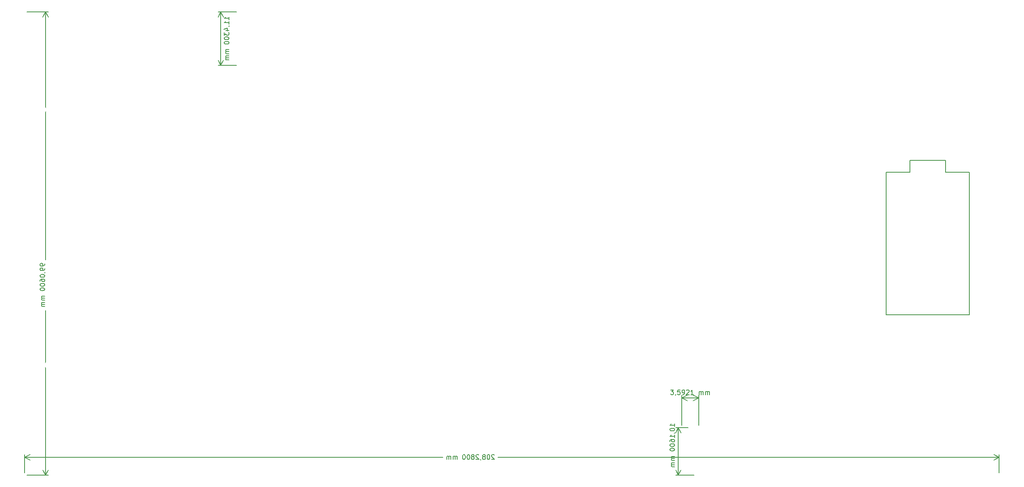
<source format=gbo>
G04 #@! TF.GenerationSoftware,KiCad,Pcbnew,7.0.6*
G04 #@! TF.CreationDate,2023-08-29T18:11:44+02:00*
G04 #@! TF.ProjectId,photo console,70686f74-6f20-4636-9f6e-736f6c652e6b,rev?*
G04 #@! TF.SameCoordinates,Original*
G04 #@! TF.FileFunction,Legend,Bot*
G04 #@! TF.FilePolarity,Positive*
%FSLAX46Y46*%
G04 Gerber Fmt 4.6, Leading zero omitted, Abs format (unit mm)*
G04 Created by KiCad (PCBNEW 7.0.6) date 2023-08-29 18:11:44*
%MOMM*%
%LPD*%
G01*
G04 APERTURE LIST*
%ADD10C,0.150000*%
%ADD11C,1.700000*%
%ADD12C,4.000000*%
%ADD13C,2.200000*%
%ADD14C,1.600000*%
%ADD15O,1.600000X1.600000*%
%ADD16C,1.524000*%
%ADD17R,2.000000X2.000000*%
%ADD18C,2.000000*%
%ADD19C,2.800000*%
%ADD20R,1.600000X1.600000*%
G04 APERTURE END LIST*
D10*
X43634819Y-93266191D02*
X43634819Y-93456667D01*
X43634819Y-93456667D02*
X43587200Y-93551905D01*
X43587200Y-93551905D02*
X43539580Y-93599524D01*
X43539580Y-93599524D02*
X43396723Y-93694762D01*
X43396723Y-93694762D02*
X43206247Y-93742381D01*
X43206247Y-93742381D02*
X42825295Y-93742381D01*
X42825295Y-93742381D02*
X42730057Y-93694762D01*
X42730057Y-93694762D02*
X42682438Y-93647143D01*
X42682438Y-93647143D02*
X42634819Y-93551905D01*
X42634819Y-93551905D02*
X42634819Y-93361429D01*
X42634819Y-93361429D02*
X42682438Y-93266191D01*
X42682438Y-93266191D02*
X42730057Y-93218572D01*
X42730057Y-93218572D02*
X42825295Y-93170953D01*
X42825295Y-93170953D02*
X43063390Y-93170953D01*
X43063390Y-93170953D02*
X43158628Y-93218572D01*
X43158628Y-93218572D02*
X43206247Y-93266191D01*
X43206247Y-93266191D02*
X43253866Y-93361429D01*
X43253866Y-93361429D02*
X43253866Y-93551905D01*
X43253866Y-93551905D02*
X43206247Y-93647143D01*
X43206247Y-93647143D02*
X43158628Y-93694762D01*
X43158628Y-93694762D02*
X43063390Y-93742381D01*
X43634819Y-94218572D02*
X43634819Y-94409048D01*
X43634819Y-94409048D02*
X43587200Y-94504286D01*
X43587200Y-94504286D02*
X43539580Y-94551905D01*
X43539580Y-94551905D02*
X43396723Y-94647143D01*
X43396723Y-94647143D02*
X43206247Y-94694762D01*
X43206247Y-94694762D02*
X42825295Y-94694762D01*
X42825295Y-94694762D02*
X42730057Y-94647143D01*
X42730057Y-94647143D02*
X42682438Y-94599524D01*
X42682438Y-94599524D02*
X42634819Y-94504286D01*
X42634819Y-94504286D02*
X42634819Y-94313810D01*
X42634819Y-94313810D02*
X42682438Y-94218572D01*
X42682438Y-94218572D02*
X42730057Y-94170953D01*
X42730057Y-94170953D02*
X42825295Y-94123334D01*
X42825295Y-94123334D02*
X43063390Y-94123334D01*
X43063390Y-94123334D02*
X43158628Y-94170953D01*
X43158628Y-94170953D02*
X43206247Y-94218572D01*
X43206247Y-94218572D02*
X43253866Y-94313810D01*
X43253866Y-94313810D02*
X43253866Y-94504286D01*
X43253866Y-94504286D02*
X43206247Y-94599524D01*
X43206247Y-94599524D02*
X43158628Y-94647143D01*
X43158628Y-94647143D02*
X43063390Y-94694762D01*
X43587200Y-95170953D02*
X43634819Y-95170953D01*
X43634819Y-95170953D02*
X43730057Y-95123334D01*
X43730057Y-95123334D02*
X43777676Y-95075715D01*
X42634819Y-95790000D02*
X42634819Y-95885238D01*
X42634819Y-95885238D02*
X42682438Y-95980476D01*
X42682438Y-95980476D02*
X42730057Y-96028095D01*
X42730057Y-96028095D02*
X42825295Y-96075714D01*
X42825295Y-96075714D02*
X43015771Y-96123333D01*
X43015771Y-96123333D02*
X43253866Y-96123333D01*
X43253866Y-96123333D02*
X43444342Y-96075714D01*
X43444342Y-96075714D02*
X43539580Y-96028095D01*
X43539580Y-96028095D02*
X43587200Y-95980476D01*
X43587200Y-95980476D02*
X43634819Y-95885238D01*
X43634819Y-95885238D02*
X43634819Y-95790000D01*
X43634819Y-95790000D02*
X43587200Y-95694762D01*
X43587200Y-95694762D02*
X43539580Y-95647143D01*
X43539580Y-95647143D02*
X43444342Y-95599524D01*
X43444342Y-95599524D02*
X43253866Y-95551905D01*
X43253866Y-95551905D02*
X43015771Y-95551905D01*
X43015771Y-95551905D02*
X42825295Y-95599524D01*
X42825295Y-95599524D02*
X42730057Y-95647143D01*
X42730057Y-95647143D02*
X42682438Y-95694762D01*
X42682438Y-95694762D02*
X42634819Y-95790000D01*
X42634819Y-96980476D02*
X42634819Y-96790000D01*
X42634819Y-96790000D02*
X42682438Y-96694762D01*
X42682438Y-96694762D02*
X42730057Y-96647143D01*
X42730057Y-96647143D02*
X42872914Y-96551905D01*
X42872914Y-96551905D02*
X43063390Y-96504286D01*
X43063390Y-96504286D02*
X43444342Y-96504286D01*
X43444342Y-96504286D02*
X43539580Y-96551905D01*
X43539580Y-96551905D02*
X43587200Y-96599524D01*
X43587200Y-96599524D02*
X43634819Y-96694762D01*
X43634819Y-96694762D02*
X43634819Y-96885238D01*
X43634819Y-96885238D02*
X43587200Y-96980476D01*
X43587200Y-96980476D02*
X43539580Y-97028095D01*
X43539580Y-97028095D02*
X43444342Y-97075714D01*
X43444342Y-97075714D02*
X43206247Y-97075714D01*
X43206247Y-97075714D02*
X43111009Y-97028095D01*
X43111009Y-97028095D02*
X43063390Y-96980476D01*
X43063390Y-96980476D02*
X43015771Y-96885238D01*
X43015771Y-96885238D02*
X43015771Y-96694762D01*
X43015771Y-96694762D02*
X43063390Y-96599524D01*
X43063390Y-96599524D02*
X43111009Y-96551905D01*
X43111009Y-96551905D02*
X43206247Y-96504286D01*
X42634819Y-97694762D02*
X42634819Y-97790000D01*
X42634819Y-97790000D02*
X42682438Y-97885238D01*
X42682438Y-97885238D02*
X42730057Y-97932857D01*
X42730057Y-97932857D02*
X42825295Y-97980476D01*
X42825295Y-97980476D02*
X43015771Y-98028095D01*
X43015771Y-98028095D02*
X43253866Y-98028095D01*
X43253866Y-98028095D02*
X43444342Y-97980476D01*
X43444342Y-97980476D02*
X43539580Y-97932857D01*
X43539580Y-97932857D02*
X43587200Y-97885238D01*
X43587200Y-97885238D02*
X43634819Y-97790000D01*
X43634819Y-97790000D02*
X43634819Y-97694762D01*
X43634819Y-97694762D02*
X43587200Y-97599524D01*
X43587200Y-97599524D02*
X43539580Y-97551905D01*
X43539580Y-97551905D02*
X43444342Y-97504286D01*
X43444342Y-97504286D02*
X43253866Y-97456667D01*
X43253866Y-97456667D02*
X43015771Y-97456667D01*
X43015771Y-97456667D02*
X42825295Y-97504286D01*
X42825295Y-97504286D02*
X42730057Y-97551905D01*
X42730057Y-97551905D02*
X42682438Y-97599524D01*
X42682438Y-97599524D02*
X42634819Y-97694762D01*
X42634819Y-98647143D02*
X42634819Y-98742381D01*
X42634819Y-98742381D02*
X42682438Y-98837619D01*
X42682438Y-98837619D02*
X42730057Y-98885238D01*
X42730057Y-98885238D02*
X42825295Y-98932857D01*
X42825295Y-98932857D02*
X43015771Y-98980476D01*
X43015771Y-98980476D02*
X43253866Y-98980476D01*
X43253866Y-98980476D02*
X43444342Y-98932857D01*
X43444342Y-98932857D02*
X43539580Y-98885238D01*
X43539580Y-98885238D02*
X43587200Y-98837619D01*
X43587200Y-98837619D02*
X43634819Y-98742381D01*
X43634819Y-98742381D02*
X43634819Y-98647143D01*
X43634819Y-98647143D02*
X43587200Y-98551905D01*
X43587200Y-98551905D02*
X43539580Y-98504286D01*
X43539580Y-98504286D02*
X43444342Y-98456667D01*
X43444342Y-98456667D02*
X43253866Y-98409048D01*
X43253866Y-98409048D02*
X43015771Y-98409048D01*
X43015771Y-98409048D02*
X42825295Y-98456667D01*
X42825295Y-98456667D02*
X42730057Y-98504286D01*
X42730057Y-98504286D02*
X42682438Y-98551905D01*
X42682438Y-98551905D02*
X42634819Y-98647143D01*
X43634819Y-100170953D02*
X42968152Y-100170953D01*
X43063390Y-100170953D02*
X43015771Y-100218572D01*
X43015771Y-100218572D02*
X42968152Y-100313810D01*
X42968152Y-100313810D02*
X42968152Y-100456667D01*
X42968152Y-100456667D02*
X43015771Y-100551905D01*
X43015771Y-100551905D02*
X43111009Y-100599524D01*
X43111009Y-100599524D02*
X43634819Y-100599524D01*
X43111009Y-100599524D02*
X43015771Y-100647143D01*
X43015771Y-100647143D02*
X42968152Y-100742381D01*
X42968152Y-100742381D02*
X42968152Y-100885238D01*
X42968152Y-100885238D02*
X43015771Y-100980477D01*
X43015771Y-100980477D02*
X43111009Y-101028096D01*
X43111009Y-101028096D02*
X43634819Y-101028096D01*
X43634819Y-101504286D02*
X42968152Y-101504286D01*
X43063390Y-101504286D02*
X43015771Y-101551905D01*
X43015771Y-101551905D02*
X42968152Y-101647143D01*
X42968152Y-101647143D02*
X42968152Y-101790000D01*
X42968152Y-101790000D02*
X43015771Y-101885238D01*
X43015771Y-101885238D02*
X43111009Y-101932857D01*
X43111009Y-101932857D02*
X43634819Y-101932857D01*
X43111009Y-101932857D02*
X43015771Y-101980476D01*
X43015771Y-101980476D02*
X42968152Y-102075714D01*
X42968152Y-102075714D02*
X42968152Y-102218571D01*
X42968152Y-102218571D02*
X43015771Y-102313810D01*
X43015771Y-102313810D02*
X43111009Y-102361429D01*
X43111009Y-102361429D02*
X43634819Y-102361429D01*
X39870000Y-138430000D02*
X44401420Y-138430000D01*
X39870000Y-39370000D02*
X44401420Y-39370000D01*
X43815000Y-138430000D02*
X43815000Y-103224523D01*
X43815000Y-92355476D02*
X43815000Y-39370000D01*
X43815000Y-138430000D02*
X43228579Y-137303496D01*
X43815000Y-138430000D02*
X44401421Y-137303496D01*
X43815000Y-39370000D02*
X44401421Y-40496504D01*
X43815000Y-39370000D02*
X43228579Y-40496504D01*
X139715237Y-134170057D02*
X139667618Y-134122438D01*
X139667618Y-134122438D02*
X139572380Y-134074819D01*
X139572380Y-134074819D02*
X139334285Y-134074819D01*
X139334285Y-134074819D02*
X139239047Y-134122438D01*
X139239047Y-134122438D02*
X139191428Y-134170057D01*
X139191428Y-134170057D02*
X139143809Y-134265295D01*
X139143809Y-134265295D02*
X139143809Y-134360533D01*
X139143809Y-134360533D02*
X139191428Y-134503390D01*
X139191428Y-134503390D02*
X139762856Y-135074819D01*
X139762856Y-135074819D02*
X139143809Y-135074819D01*
X138524761Y-134074819D02*
X138429523Y-134074819D01*
X138429523Y-134074819D02*
X138334285Y-134122438D01*
X138334285Y-134122438D02*
X138286666Y-134170057D01*
X138286666Y-134170057D02*
X138239047Y-134265295D01*
X138239047Y-134265295D02*
X138191428Y-134455771D01*
X138191428Y-134455771D02*
X138191428Y-134693866D01*
X138191428Y-134693866D02*
X138239047Y-134884342D01*
X138239047Y-134884342D02*
X138286666Y-134979580D01*
X138286666Y-134979580D02*
X138334285Y-135027200D01*
X138334285Y-135027200D02*
X138429523Y-135074819D01*
X138429523Y-135074819D02*
X138524761Y-135074819D01*
X138524761Y-135074819D02*
X138619999Y-135027200D01*
X138619999Y-135027200D02*
X138667618Y-134979580D01*
X138667618Y-134979580D02*
X138715237Y-134884342D01*
X138715237Y-134884342D02*
X138762856Y-134693866D01*
X138762856Y-134693866D02*
X138762856Y-134455771D01*
X138762856Y-134455771D02*
X138715237Y-134265295D01*
X138715237Y-134265295D02*
X138667618Y-134170057D01*
X138667618Y-134170057D02*
X138619999Y-134122438D01*
X138619999Y-134122438D02*
X138524761Y-134074819D01*
X137619999Y-134503390D02*
X137715237Y-134455771D01*
X137715237Y-134455771D02*
X137762856Y-134408152D01*
X137762856Y-134408152D02*
X137810475Y-134312914D01*
X137810475Y-134312914D02*
X137810475Y-134265295D01*
X137810475Y-134265295D02*
X137762856Y-134170057D01*
X137762856Y-134170057D02*
X137715237Y-134122438D01*
X137715237Y-134122438D02*
X137619999Y-134074819D01*
X137619999Y-134074819D02*
X137429523Y-134074819D01*
X137429523Y-134074819D02*
X137334285Y-134122438D01*
X137334285Y-134122438D02*
X137286666Y-134170057D01*
X137286666Y-134170057D02*
X137239047Y-134265295D01*
X137239047Y-134265295D02*
X137239047Y-134312914D01*
X137239047Y-134312914D02*
X137286666Y-134408152D01*
X137286666Y-134408152D02*
X137334285Y-134455771D01*
X137334285Y-134455771D02*
X137429523Y-134503390D01*
X137429523Y-134503390D02*
X137619999Y-134503390D01*
X137619999Y-134503390D02*
X137715237Y-134551009D01*
X137715237Y-134551009D02*
X137762856Y-134598628D01*
X137762856Y-134598628D02*
X137810475Y-134693866D01*
X137810475Y-134693866D02*
X137810475Y-134884342D01*
X137810475Y-134884342D02*
X137762856Y-134979580D01*
X137762856Y-134979580D02*
X137715237Y-135027200D01*
X137715237Y-135027200D02*
X137619999Y-135074819D01*
X137619999Y-135074819D02*
X137429523Y-135074819D01*
X137429523Y-135074819D02*
X137334285Y-135027200D01*
X137334285Y-135027200D02*
X137286666Y-134979580D01*
X137286666Y-134979580D02*
X137239047Y-134884342D01*
X137239047Y-134884342D02*
X137239047Y-134693866D01*
X137239047Y-134693866D02*
X137286666Y-134598628D01*
X137286666Y-134598628D02*
X137334285Y-134551009D01*
X137334285Y-134551009D02*
X137429523Y-134503390D01*
X136762856Y-135027200D02*
X136762856Y-135074819D01*
X136762856Y-135074819D02*
X136810475Y-135170057D01*
X136810475Y-135170057D02*
X136858094Y-135217676D01*
X136381904Y-134170057D02*
X136334285Y-134122438D01*
X136334285Y-134122438D02*
X136239047Y-134074819D01*
X136239047Y-134074819D02*
X136000952Y-134074819D01*
X136000952Y-134074819D02*
X135905714Y-134122438D01*
X135905714Y-134122438D02*
X135858095Y-134170057D01*
X135858095Y-134170057D02*
X135810476Y-134265295D01*
X135810476Y-134265295D02*
X135810476Y-134360533D01*
X135810476Y-134360533D02*
X135858095Y-134503390D01*
X135858095Y-134503390D02*
X136429523Y-135074819D01*
X136429523Y-135074819D02*
X135810476Y-135074819D01*
X135239047Y-134503390D02*
X135334285Y-134455771D01*
X135334285Y-134455771D02*
X135381904Y-134408152D01*
X135381904Y-134408152D02*
X135429523Y-134312914D01*
X135429523Y-134312914D02*
X135429523Y-134265295D01*
X135429523Y-134265295D02*
X135381904Y-134170057D01*
X135381904Y-134170057D02*
X135334285Y-134122438D01*
X135334285Y-134122438D02*
X135239047Y-134074819D01*
X135239047Y-134074819D02*
X135048571Y-134074819D01*
X135048571Y-134074819D02*
X134953333Y-134122438D01*
X134953333Y-134122438D02*
X134905714Y-134170057D01*
X134905714Y-134170057D02*
X134858095Y-134265295D01*
X134858095Y-134265295D02*
X134858095Y-134312914D01*
X134858095Y-134312914D02*
X134905714Y-134408152D01*
X134905714Y-134408152D02*
X134953333Y-134455771D01*
X134953333Y-134455771D02*
X135048571Y-134503390D01*
X135048571Y-134503390D02*
X135239047Y-134503390D01*
X135239047Y-134503390D02*
X135334285Y-134551009D01*
X135334285Y-134551009D02*
X135381904Y-134598628D01*
X135381904Y-134598628D02*
X135429523Y-134693866D01*
X135429523Y-134693866D02*
X135429523Y-134884342D01*
X135429523Y-134884342D02*
X135381904Y-134979580D01*
X135381904Y-134979580D02*
X135334285Y-135027200D01*
X135334285Y-135027200D02*
X135239047Y-135074819D01*
X135239047Y-135074819D02*
X135048571Y-135074819D01*
X135048571Y-135074819D02*
X134953333Y-135027200D01*
X134953333Y-135027200D02*
X134905714Y-134979580D01*
X134905714Y-134979580D02*
X134858095Y-134884342D01*
X134858095Y-134884342D02*
X134858095Y-134693866D01*
X134858095Y-134693866D02*
X134905714Y-134598628D01*
X134905714Y-134598628D02*
X134953333Y-134551009D01*
X134953333Y-134551009D02*
X135048571Y-134503390D01*
X134239047Y-134074819D02*
X134143809Y-134074819D01*
X134143809Y-134074819D02*
X134048571Y-134122438D01*
X134048571Y-134122438D02*
X134000952Y-134170057D01*
X134000952Y-134170057D02*
X133953333Y-134265295D01*
X133953333Y-134265295D02*
X133905714Y-134455771D01*
X133905714Y-134455771D02*
X133905714Y-134693866D01*
X133905714Y-134693866D02*
X133953333Y-134884342D01*
X133953333Y-134884342D02*
X134000952Y-134979580D01*
X134000952Y-134979580D02*
X134048571Y-135027200D01*
X134048571Y-135027200D02*
X134143809Y-135074819D01*
X134143809Y-135074819D02*
X134239047Y-135074819D01*
X134239047Y-135074819D02*
X134334285Y-135027200D01*
X134334285Y-135027200D02*
X134381904Y-134979580D01*
X134381904Y-134979580D02*
X134429523Y-134884342D01*
X134429523Y-134884342D02*
X134477142Y-134693866D01*
X134477142Y-134693866D02*
X134477142Y-134455771D01*
X134477142Y-134455771D02*
X134429523Y-134265295D01*
X134429523Y-134265295D02*
X134381904Y-134170057D01*
X134381904Y-134170057D02*
X134334285Y-134122438D01*
X134334285Y-134122438D02*
X134239047Y-134074819D01*
X133286666Y-134074819D02*
X133191428Y-134074819D01*
X133191428Y-134074819D02*
X133096190Y-134122438D01*
X133096190Y-134122438D02*
X133048571Y-134170057D01*
X133048571Y-134170057D02*
X133000952Y-134265295D01*
X133000952Y-134265295D02*
X132953333Y-134455771D01*
X132953333Y-134455771D02*
X132953333Y-134693866D01*
X132953333Y-134693866D02*
X133000952Y-134884342D01*
X133000952Y-134884342D02*
X133048571Y-134979580D01*
X133048571Y-134979580D02*
X133096190Y-135027200D01*
X133096190Y-135027200D02*
X133191428Y-135074819D01*
X133191428Y-135074819D02*
X133286666Y-135074819D01*
X133286666Y-135074819D02*
X133381904Y-135027200D01*
X133381904Y-135027200D02*
X133429523Y-134979580D01*
X133429523Y-134979580D02*
X133477142Y-134884342D01*
X133477142Y-134884342D02*
X133524761Y-134693866D01*
X133524761Y-134693866D02*
X133524761Y-134455771D01*
X133524761Y-134455771D02*
X133477142Y-134265295D01*
X133477142Y-134265295D02*
X133429523Y-134170057D01*
X133429523Y-134170057D02*
X133381904Y-134122438D01*
X133381904Y-134122438D02*
X133286666Y-134074819D01*
X131762856Y-135074819D02*
X131762856Y-134408152D01*
X131762856Y-134503390D02*
X131715237Y-134455771D01*
X131715237Y-134455771D02*
X131619999Y-134408152D01*
X131619999Y-134408152D02*
X131477142Y-134408152D01*
X131477142Y-134408152D02*
X131381904Y-134455771D01*
X131381904Y-134455771D02*
X131334285Y-134551009D01*
X131334285Y-134551009D02*
X131334285Y-135074819D01*
X131334285Y-134551009D02*
X131286666Y-134455771D01*
X131286666Y-134455771D02*
X131191428Y-134408152D01*
X131191428Y-134408152D02*
X131048571Y-134408152D01*
X131048571Y-134408152D02*
X130953332Y-134455771D01*
X130953332Y-134455771D02*
X130905713Y-134551009D01*
X130905713Y-134551009D02*
X130905713Y-135074819D01*
X130429523Y-135074819D02*
X130429523Y-134408152D01*
X130429523Y-134503390D02*
X130381904Y-134455771D01*
X130381904Y-134455771D02*
X130286666Y-134408152D01*
X130286666Y-134408152D02*
X130143809Y-134408152D01*
X130143809Y-134408152D02*
X130048571Y-134455771D01*
X130048571Y-134455771D02*
X130000952Y-134551009D01*
X130000952Y-134551009D02*
X130000952Y-135074819D01*
X130000952Y-134551009D02*
X129953333Y-134455771D01*
X129953333Y-134455771D02*
X129858095Y-134408152D01*
X129858095Y-134408152D02*
X129715238Y-134408152D01*
X129715238Y-134408152D02*
X129619999Y-134455771D01*
X129619999Y-134455771D02*
X129572380Y-134551009D01*
X129572380Y-134551009D02*
X129572380Y-135074819D01*
X39370000Y-137930000D02*
X39370000Y-134033580D01*
X247650000Y-137930000D02*
X247650000Y-134033580D01*
X39370000Y-134620000D02*
X128709286Y-134620000D01*
X140530714Y-134620000D02*
X247650000Y-134620000D01*
X39370000Y-134620000D02*
X40496504Y-134033579D01*
X39370000Y-134620000D02*
X40496504Y-135206421D01*
X247650000Y-134620000D02*
X246523496Y-135206421D01*
X247650000Y-134620000D02*
X246523496Y-134033579D01*
X83004819Y-41037381D02*
X83004819Y-40465953D01*
X83004819Y-40751667D02*
X82004819Y-40751667D01*
X82004819Y-40751667D02*
X82147676Y-40656429D01*
X82147676Y-40656429D02*
X82242914Y-40561191D01*
X82242914Y-40561191D02*
X82290533Y-40465953D01*
X83004819Y-41989762D02*
X83004819Y-41418334D01*
X83004819Y-41704048D02*
X82004819Y-41704048D01*
X82004819Y-41704048D02*
X82147676Y-41608810D01*
X82147676Y-41608810D02*
X82242914Y-41513572D01*
X82242914Y-41513572D02*
X82290533Y-41418334D01*
X82957200Y-42465953D02*
X83004819Y-42465953D01*
X83004819Y-42465953D02*
X83100057Y-42418334D01*
X83100057Y-42418334D02*
X83147676Y-42370715D01*
X82338152Y-43323095D02*
X83004819Y-43323095D01*
X81957200Y-43085000D02*
X82671485Y-42846905D01*
X82671485Y-42846905D02*
X82671485Y-43465952D01*
X82004819Y-43751667D02*
X82004819Y-44370714D01*
X82004819Y-44370714D02*
X82385771Y-44037381D01*
X82385771Y-44037381D02*
X82385771Y-44180238D01*
X82385771Y-44180238D02*
X82433390Y-44275476D01*
X82433390Y-44275476D02*
X82481009Y-44323095D01*
X82481009Y-44323095D02*
X82576247Y-44370714D01*
X82576247Y-44370714D02*
X82814342Y-44370714D01*
X82814342Y-44370714D02*
X82909580Y-44323095D01*
X82909580Y-44323095D02*
X82957200Y-44275476D01*
X82957200Y-44275476D02*
X83004819Y-44180238D01*
X83004819Y-44180238D02*
X83004819Y-43894524D01*
X83004819Y-43894524D02*
X82957200Y-43799286D01*
X82957200Y-43799286D02*
X82909580Y-43751667D01*
X82004819Y-44989762D02*
X82004819Y-45085000D01*
X82004819Y-45085000D02*
X82052438Y-45180238D01*
X82052438Y-45180238D02*
X82100057Y-45227857D01*
X82100057Y-45227857D02*
X82195295Y-45275476D01*
X82195295Y-45275476D02*
X82385771Y-45323095D01*
X82385771Y-45323095D02*
X82623866Y-45323095D01*
X82623866Y-45323095D02*
X82814342Y-45275476D01*
X82814342Y-45275476D02*
X82909580Y-45227857D01*
X82909580Y-45227857D02*
X82957200Y-45180238D01*
X82957200Y-45180238D02*
X83004819Y-45085000D01*
X83004819Y-45085000D02*
X83004819Y-44989762D01*
X83004819Y-44989762D02*
X82957200Y-44894524D01*
X82957200Y-44894524D02*
X82909580Y-44846905D01*
X82909580Y-44846905D02*
X82814342Y-44799286D01*
X82814342Y-44799286D02*
X82623866Y-44751667D01*
X82623866Y-44751667D02*
X82385771Y-44751667D01*
X82385771Y-44751667D02*
X82195295Y-44799286D01*
X82195295Y-44799286D02*
X82100057Y-44846905D01*
X82100057Y-44846905D02*
X82052438Y-44894524D01*
X82052438Y-44894524D02*
X82004819Y-44989762D01*
X82004819Y-45942143D02*
X82004819Y-46037381D01*
X82004819Y-46037381D02*
X82052438Y-46132619D01*
X82052438Y-46132619D02*
X82100057Y-46180238D01*
X82100057Y-46180238D02*
X82195295Y-46227857D01*
X82195295Y-46227857D02*
X82385771Y-46275476D01*
X82385771Y-46275476D02*
X82623866Y-46275476D01*
X82623866Y-46275476D02*
X82814342Y-46227857D01*
X82814342Y-46227857D02*
X82909580Y-46180238D01*
X82909580Y-46180238D02*
X82957200Y-46132619D01*
X82957200Y-46132619D02*
X83004819Y-46037381D01*
X83004819Y-46037381D02*
X83004819Y-45942143D01*
X83004819Y-45942143D02*
X82957200Y-45846905D01*
X82957200Y-45846905D02*
X82909580Y-45799286D01*
X82909580Y-45799286D02*
X82814342Y-45751667D01*
X82814342Y-45751667D02*
X82623866Y-45704048D01*
X82623866Y-45704048D02*
X82385771Y-45704048D01*
X82385771Y-45704048D02*
X82195295Y-45751667D01*
X82195295Y-45751667D02*
X82100057Y-45799286D01*
X82100057Y-45799286D02*
X82052438Y-45846905D01*
X82052438Y-45846905D02*
X82004819Y-45942143D01*
X83004819Y-47465953D02*
X82338152Y-47465953D01*
X82433390Y-47465953D02*
X82385771Y-47513572D01*
X82385771Y-47513572D02*
X82338152Y-47608810D01*
X82338152Y-47608810D02*
X82338152Y-47751667D01*
X82338152Y-47751667D02*
X82385771Y-47846905D01*
X82385771Y-47846905D02*
X82481009Y-47894524D01*
X82481009Y-47894524D02*
X83004819Y-47894524D01*
X82481009Y-47894524D02*
X82385771Y-47942143D01*
X82385771Y-47942143D02*
X82338152Y-48037381D01*
X82338152Y-48037381D02*
X82338152Y-48180238D01*
X82338152Y-48180238D02*
X82385771Y-48275477D01*
X82385771Y-48275477D02*
X82481009Y-48323096D01*
X82481009Y-48323096D02*
X83004819Y-48323096D01*
X83004819Y-48799286D02*
X82338152Y-48799286D01*
X82433390Y-48799286D02*
X82385771Y-48846905D01*
X82385771Y-48846905D02*
X82338152Y-48942143D01*
X82338152Y-48942143D02*
X82338152Y-49085000D01*
X82338152Y-49085000D02*
X82385771Y-49180238D01*
X82385771Y-49180238D02*
X82481009Y-49227857D01*
X82481009Y-49227857D02*
X83004819Y-49227857D01*
X82481009Y-49227857D02*
X82385771Y-49275476D01*
X82385771Y-49275476D02*
X82338152Y-49370714D01*
X82338152Y-49370714D02*
X82338152Y-49513571D01*
X82338152Y-49513571D02*
X82385771Y-49608810D01*
X82385771Y-49608810D02*
X82481009Y-49656429D01*
X82481009Y-49656429D02*
X83004819Y-49656429D01*
X84590000Y-50800000D02*
X80693580Y-50800000D01*
X80693580Y-39370000D02*
X84590000Y-39370000D01*
X81280000Y-50800000D02*
X81280000Y-39370000D01*
X81280000Y-50800000D02*
X81280000Y-39370000D01*
X81280000Y-50800000D02*
X80693579Y-49673496D01*
X81280000Y-50800000D02*
X81866421Y-49673496D01*
X81280000Y-39370000D02*
X81866421Y-40496504D01*
X81280000Y-39370000D02*
X80693579Y-40496504D01*
X178254819Y-128032381D02*
X178254819Y-127460953D01*
X178254819Y-127746667D02*
X177254819Y-127746667D01*
X177254819Y-127746667D02*
X177397676Y-127651429D01*
X177397676Y-127651429D02*
X177492914Y-127556191D01*
X177492914Y-127556191D02*
X177540533Y-127460953D01*
X177254819Y-128651429D02*
X177254819Y-128746667D01*
X177254819Y-128746667D02*
X177302438Y-128841905D01*
X177302438Y-128841905D02*
X177350057Y-128889524D01*
X177350057Y-128889524D02*
X177445295Y-128937143D01*
X177445295Y-128937143D02*
X177635771Y-128984762D01*
X177635771Y-128984762D02*
X177873866Y-128984762D01*
X177873866Y-128984762D02*
X178064342Y-128937143D01*
X178064342Y-128937143D02*
X178159580Y-128889524D01*
X178159580Y-128889524D02*
X178207200Y-128841905D01*
X178207200Y-128841905D02*
X178254819Y-128746667D01*
X178254819Y-128746667D02*
X178254819Y-128651429D01*
X178254819Y-128651429D02*
X178207200Y-128556191D01*
X178207200Y-128556191D02*
X178159580Y-128508572D01*
X178159580Y-128508572D02*
X178064342Y-128460953D01*
X178064342Y-128460953D02*
X177873866Y-128413334D01*
X177873866Y-128413334D02*
X177635771Y-128413334D01*
X177635771Y-128413334D02*
X177445295Y-128460953D01*
X177445295Y-128460953D02*
X177350057Y-128508572D01*
X177350057Y-128508572D02*
X177302438Y-128556191D01*
X177302438Y-128556191D02*
X177254819Y-128651429D01*
X178207200Y-129460953D02*
X178254819Y-129460953D01*
X178254819Y-129460953D02*
X178350057Y-129413334D01*
X178350057Y-129413334D02*
X178397676Y-129365715D01*
X178254819Y-130413333D02*
X178254819Y-129841905D01*
X178254819Y-130127619D02*
X177254819Y-130127619D01*
X177254819Y-130127619D02*
X177397676Y-130032381D01*
X177397676Y-130032381D02*
X177492914Y-129937143D01*
X177492914Y-129937143D02*
X177540533Y-129841905D01*
X177254819Y-131270476D02*
X177254819Y-131080000D01*
X177254819Y-131080000D02*
X177302438Y-130984762D01*
X177302438Y-130984762D02*
X177350057Y-130937143D01*
X177350057Y-130937143D02*
X177492914Y-130841905D01*
X177492914Y-130841905D02*
X177683390Y-130794286D01*
X177683390Y-130794286D02*
X178064342Y-130794286D01*
X178064342Y-130794286D02*
X178159580Y-130841905D01*
X178159580Y-130841905D02*
X178207200Y-130889524D01*
X178207200Y-130889524D02*
X178254819Y-130984762D01*
X178254819Y-130984762D02*
X178254819Y-131175238D01*
X178254819Y-131175238D02*
X178207200Y-131270476D01*
X178207200Y-131270476D02*
X178159580Y-131318095D01*
X178159580Y-131318095D02*
X178064342Y-131365714D01*
X178064342Y-131365714D02*
X177826247Y-131365714D01*
X177826247Y-131365714D02*
X177731009Y-131318095D01*
X177731009Y-131318095D02*
X177683390Y-131270476D01*
X177683390Y-131270476D02*
X177635771Y-131175238D01*
X177635771Y-131175238D02*
X177635771Y-130984762D01*
X177635771Y-130984762D02*
X177683390Y-130889524D01*
X177683390Y-130889524D02*
X177731009Y-130841905D01*
X177731009Y-130841905D02*
X177826247Y-130794286D01*
X177254819Y-131984762D02*
X177254819Y-132080000D01*
X177254819Y-132080000D02*
X177302438Y-132175238D01*
X177302438Y-132175238D02*
X177350057Y-132222857D01*
X177350057Y-132222857D02*
X177445295Y-132270476D01*
X177445295Y-132270476D02*
X177635771Y-132318095D01*
X177635771Y-132318095D02*
X177873866Y-132318095D01*
X177873866Y-132318095D02*
X178064342Y-132270476D01*
X178064342Y-132270476D02*
X178159580Y-132222857D01*
X178159580Y-132222857D02*
X178207200Y-132175238D01*
X178207200Y-132175238D02*
X178254819Y-132080000D01*
X178254819Y-132080000D02*
X178254819Y-131984762D01*
X178254819Y-131984762D02*
X178207200Y-131889524D01*
X178207200Y-131889524D02*
X178159580Y-131841905D01*
X178159580Y-131841905D02*
X178064342Y-131794286D01*
X178064342Y-131794286D02*
X177873866Y-131746667D01*
X177873866Y-131746667D02*
X177635771Y-131746667D01*
X177635771Y-131746667D02*
X177445295Y-131794286D01*
X177445295Y-131794286D02*
X177350057Y-131841905D01*
X177350057Y-131841905D02*
X177302438Y-131889524D01*
X177302438Y-131889524D02*
X177254819Y-131984762D01*
X177254819Y-132937143D02*
X177254819Y-133032381D01*
X177254819Y-133032381D02*
X177302438Y-133127619D01*
X177302438Y-133127619D02*
X177350057Y-133175238D01*
X177350057Y-133175238D02*
X177445295Y-133222857D01*
X177445295Y-133222857D02*
X177635771Y-133270476D01*
X177635771Y-133270476D02*
X177873866Y-133270476D01*
X177873866Y-133270476D02*
X178064342Y-133222857D01*
X178064342Y-133222857D02*
X178159580Y-133175238D01*
X178159580Y-133175238D02*
X178207200Y-133127619D01*
X178207200Y-133127619D02*
X178254819Y-133032381D01*
X178254819Y-133032381D02*
X178254819Y-132937143D01*
X178254819Y-132937143D02*
X178207200Y-132841905D01*
X178207200Y-132841905D02*
X178159580Y-132794286D01*
X178159580Y-132794286D02*
X178064342Y-132746667D01*
X178064342Y-132746667D02*
X177873866Y-132699048D01*
X177873866Y-132699048D02*
X177635771Y-132699048D01*
X177635771Y-132699048D02*
X177445295Y-132746667D01*
X177445295Y-132746667D02*
X177350057Y-132794286D01*
X177350057Y-132794286D02*
X177302438Y-132841905D01*
X177302438Y-132841905D02*
X177254819Y-132937143D01*
X178254819Y-134460953D02*
X177588152Y-134460953D01*
X177683390Y-134460953D02*
X177635771Y-134508572D01*
X177635771Y-134508572D02*
X177588152Y-134603810D01*
X177588152Y-134603810D02*
X177588152Y-134746667D01*
X177588152Y-134746667D02*
X177635771Y-134841905D01*
X177635771Y-134841905D02*
X177731009Y-134889524D01*
X177731009Y-134889524D02*
X178254819Y-134889524D01*
X177731009Y-134889524D02*
X177635771Y-134937143D01*
X177635771Y-134937143D02*
X177588152Y-135032381D01*
X177588152Y-135032381D02*
X177588152Y-135175238D01*
X177588152Y-135175238D02*
X177635771Y-135270477D01*
X177635771Y-135270477D02*
X177731009Y-135318096D01*
X177731009Y-135318096D02*
X178254819Y-135318096D01*
X178254819Y-135794286D02*
X177588152Y-135794286D01*
X177683390Y-135794286D02*
X177635771Y-135841905D01*
X177635771Y-135841905D02*
X177588152Y-135937143D01*
X177588152Y-135937143D02*
X177588152Y-136080000D01*
X177588152Y-136080000D02*
X177635771Y-136175238D01*
X177635771Y-136175238D02*
X177731009Y-136222857D01*
X177731009Y-136222857D02*
X178254819Y-136222857D01*
X177731009Y-136222857D02*
X177635771Y-136270476D01*
X177635771Y-136270476D02*
X177588152Y-136365714D01*
X177588152Y-136365714D02*
X177588152Y-136508571D01*
X177588152Y-136508571D02*
X177635771Y-136603810D01*
X177635771Y-136603810D02*
X177731009Y-136651429D01*
X177731009Y-136651429D02*
X178254819Y-136651429D01*
X181110000Y-128270000D02*
X178483580Y-128270000D01*
X178483580Y-138430000D02*
X182380000Y-138430000D01*
X179070000Y-128270000D02*
X179070000Y-138430000D01*
X179070000Y-128270000D02*
X179070000Y-138430000D01*
X179070000Y-128270000D02*
X179656421Y-129396504D01*
X179070000Y-128270000D02*
X178483579Y-129396504D01*
X179070000Y-138430000D02*
X178483579Y-137303496D01*
X179070000Y-138430000D02*
X179656421Y-137303496D01*
X177419524Y-120224819D02*
X178038571Y-120224819D01*
X178038571Y-120224819D02*
X177705238Y-120605771D01*
X177705238Y-120605771D02*
X177848095Y-120605771D01*
X177848095Y-120605771D02*
X177943333Y-120653390D01*
X177943333Y-120653390D02*
X177990952Y-120701009D01*
X177990952Y-120701009D02*
X178038571Y-120796247D01*
X178038571Y-120796247D02*
X178038571Y-121034342D01*
X178038571Y-121034342D02*
X177990952Y-121129580D01*
X177990952Y-121129580D02*
X177943333Y-121177200D01*
X177943333Y-121177200D02*
X177848095Y-121224819D01*
X177848095Y-121224819D02*
X177562381Y-121224819D01*
X177562381Y-121224819D02*
X177467143Y-121177200D01*
X177467143Y-121177200D02*
X177419524Y-121129580D01*
X178514762Y-121177200D02*
X178514762Y-121224819D01*
X178514762Y-121224819D02*
X178467143Y-121320057D01*
X178467143Y-121320057D02*
X178419524Y-121367676D01*
X179419523Y-120224819D02*
X178943333Y-120224819D01*
X178943333Y-120224819D02*
X178895714Y-120701009D01*
X178895714Y-120701009D02*
X178943333Y-120653390D01*
X178943333Y-120653390D02*
X179038571Y-120605771D01*
X179038571Y-120605771D02*
X179276666Y-120605771D01*
X179276666Y-120605771D02*
X179371904Y-120653390D01*
X179371904Y-120653390D02*
X179419523Y-120701009D01*
X179419523Y-120701009D02*
X179467142Y-120796247D01*
X179467142Y-120796247D02*
X179467142Y-121034342D01*
X179467142Y-121034342D02*
X179419523Y-121129580D01*
X179419523Y-121129580D02*
X179371904Y-121177200D01*
X179371904Y-121177200D02*
X179276666Y-121224819D01*
X179276666Y-121224819D02*
X179038571Y-121224819D01*
X179038571Y-121224819D02*
X178943333Y-121177200D01*
X178943333Y-121177200D02*
X178895714Y-121129580D01*
X179943333Y-121224819D02*
X180133809Y-121224819D01*
X180133809Y-121224819D02*
X180229047Y-121177200D01*
X180229047Y-121177200D02*
X180276666Y-121129580D01*
X180276666Y-121129580D02*
X180371904Y-120986723D01*
X180371904Y-120986723D02*
X180419523Y-120796247D01*
X180419523Y-120796247D02*
X180419523Y-120415295D01*
X180419523Y-120415295D02*
X180371904Y-120320057D01*
X180371904Y-120320057D02*
X180324285Y-120272438D01*
X180324285Y-120272438D02*
X180229047Y-120224819D01*
X180229047Y-120224819D02*
X180038571Y-120224819D01*
X180038571Y-120224819D02*
X179943333Y-120272438D01*
X179943333Y-120272438D02*
X179895714Y-120320057D01*
X179895714Y-120320057D02*
X179848095Y-120415295D01*
X179848095Y-120415295D02*
X179848095Y-120653390D01*
X179848095Y-120653390D02*
X179895714Y-120748628D01*
X179895714Y-120748628D02*
X179943333Y-120796247D01*
X179943333Y-120796247D02*
X180038571Y-120843866D01*
X180038571Y-120843866D02*
X180229047Y-120843866D01*
X180229047Y-120843866D02*
X180324285Y-120796247D01*
X180324285Y-120796247D02*
X180371904Y-120748628D01*
X180371904Y-120748628D02*
X180419523Y-120653390D01*
X180800476Y-120320057D02*
X180848095Y-120272438D01*
X180848095Y-120272438D02*
X180943333Y-120224819D01*
X180943333Y-120224819D02*
X181181428Y-120224819D01*
X181181428Y-120224819D02*
X181276666Y-120272438D01*
X181276666Y-120272438D02*
X181324285Y-120320057D01*
X181324285Y-120320057D02*
X181371904Y-120415295D01*
X181371904Y-120415295D02*
X181371904Y-120510533D01*
X181371904Y-120510533D02*
X181324285Y-120653390D01*
X181324285Y-120653390D02*
X180752857Y-121224819D01*
X180752857Y-121224819D02*
X181371904Y-121224819D01*
X182324285Y-121224819D02*
X181752857Y-121224819D01*
X182038571Y-121224819D02*
X182038571Y-120224819D01*
X182038571Y-120224819D02*
X181943333Y-120367676D01*
X181943333Y-120367676D02*
X181848095Y-120462914D01*
X181848095Y-120462914D02*
X181752857Y-120510533D01*
X183514762Y-121224819D02*
X183514762Y-120558152D01*
X183514762Y-120653390D02*
X183562381Y-120605771D01*
X183562381Y-120605771D02*
X183657619Y-120558152D01*
X183657619Y-120558152D02*
X183800476Y-120558152D01*
X183800476Y-120558152D02*
X183895714Y-120605771D01*
X183895714Y-120605771D02*
X183943333Y-120701009D01*
X183943333Y-120701009D02*
X183943333Y-121224819D01*
X183943333Y-120701009D02*
X183990952Y-120605771D01*
X183990952Y-120605771D02*
X184086190Y-120558152D01*
X184086190Y-120558152D02*
X184229047Y-120558152D01*
X184229047Y-120558152D02*
X184324286Y-120605771D01*
X184324286Y-120605771D02*
X184371905Y-120701009D01*
X184371905Y-120701009D02*
X184371905Y-121224819D01*
X184848095Y-121224819D02*
X184848095Y-120558152D01*
X184848095Y-120653390D02*
X184895714Y-120605771D01*
X184895714Y-120605771D02*
X184990952Y-120558152D01*
X184990952Y-120558152D02*
X185133809Y-120558152D01*
X185133809Y-120558152D02*
X185229047Y-120605771D01*
X185229047Y-120605771D02*
X185276666Y-120701009D01*
X185276666Y-120701009D02*
X185276666Y-121224819D01*
X185276666Y-120701009D02*
X185324285Y-120605771D01*
X185324285Y-120605771D02*
X185419523Y-120558152D01*
X185419523Y-120558152D02*
X185562380Y-120558152D01*
X185562380Y-120558152D02*
X185657619Y-120605771D01*
X185657619Y-120605771D02*
X185705238Y-120701009D01*
X185705238Y-120701009D02*
X185705238Y-121224819D01*
X183406051Y-127770000D02*
X183406051Y-121333580D01*
X179813949Y-121333580D02*
X179813949Y-127770000D01*
X183406051Y-121920000D02*
X179813949Y-121920000D01*
X183406051Y-121920000D02*
X179813949Y-121920000D01*
X183406051Y-121920000D02*
X182279547Y-122506421D01*
X183406051Y-121920000D02*
X182279547Y-121333579D01*
X179813949Y-121920000D02*
X180940453Y-121333579D01*
X179813949Y-121920000D02*
X180940453Y-122506421D01*
X236220000Y-71120000D02*
X236220000Y-73660000D01*
X228600000Y-71120000D02*
X236220000Y-71120000D01*
X241300000Y-73660000D02*
X241300000Y-104140000D01*
X236220000Y-73660000D02*
X241300000Y-73660000D01*
X228600000Y-73660000D02*
X228600000Y-71120000D01*
X223520000Y-73660000D02*
X228600000Y-73660000D01*
X241300000Y-104140000D02*
X223520000Y-104140000D01*
X223520000Y-104140000D02*
X223520000Y-73660000D01*
%LPC*%
D11*
X210820000Y-127000000D03*
D12*
X215900000Y-127000000D03*
D11*
X220980000Y-127000000D03*
D13*
X218440000Y-121920000D03*
X212090000Y-124460000D03*
D11*
X190500000Y-127000000D03*
D12*
X195580000Y-127000000D03*
D11*
X200660000Y-127000000D03*
D13*
X198120000Y-121920000D03*
X191770000Y-124460000D03*
D11*
X162560000Y-127000000D03*
D12*
X167640000Y-127000000D03*
D11*
X172720000Y-127000000D03*
D13*
X170180000Y-121920000D03*
X163830000Y-124460000D03*
D11*
X142240000Y-127000000D03*
D12*
X147320000Y-127000000D03*
D11*
X152400000Y-127000000D03*
D13*
X149860000Y-121920000D03*
X143510000Y-124460000D03*
D11*
X114300000Y-127000000D03*
D12*
X119380000Y-127000000D03*
D11*
X124460000Y-127000000D03*
D13*
X121920000Y-121920000D03*
X115570000Y-124460000D03*
D11*
X93980000Y-127000000D03*
D12*
X99060000Y-127000000D03*
D11*
X104140000Y-127000000D03*
D13*
X101600000Y-121920000D03*
X95250000Y-124460000D03*
D11*
X66040000Y-127000000D03*
D12*
X71120000Y-127000000D03*
D11*
X76200000Y-127000000D03*
D13*
X73660000Y-121920000D03*
X67310000Y-124460000D03*
D11*
X45720000Y-127000000D03*
D12*
X50800000Y-127000000D03*
D11*
X55880000Y-127000000D03*
D13*
X53340000Y-121920000D03*
X46990000Y-124460000D03*
D11*
X210820000Y-50800000D03*
D12*
X215900000Y-50800000D03*
D11*
X220980000Y-50800000D03*
D13*
X218440000Y-45720000D03*
X212090000Y-48260000D03*
D11*
X190500000Y-50800000D03*
D12*
X195580000Y-50800000D03*
D11*
X200660000Y-50800000D03*
D13*
X198120000Y-45720000D03*
X191770000Y-48260000D03*
D11*
X162560000Y-50800000D03*
D12*
X167640000Y-50800000D03*
D11*
X172720000Y-50800000D03*
D13*
X170180000Y-45720000D03*
X163830000Y-48260000D03*
D11*
X142240000Y-50800000D03*
D12*
X147320000Y-50800000D03*
D11*
X152400000Y-50800000D03*
D13*
X149860000Y-45720000D03*
X143510000Y-48260000D03*
D11*
X114300000Y-50800000D03*
D12*
X119380000Y-50800000D03*
D11*
X124460000Y-50800000D03*
D13*
X121920000Y-45720000D03*
X115570000Y-48260000D03*
D11*
X93980000Y-50800000D03*
D12*
X99060000Y-50800000D03*
D11*
X104140000Y-50800000D03*
D13*
X101600000Y-45720000D03*
X95250000Y-48260000D03*
D11*
X66040000Y-50800000D03*
D12*
X71120000Y-50800000D03*
D11*
X76200000Y-50800000D03*
D13*
X73660000Y-45720000D03*
X67310000Y-48260000D03*
D11*
X45720000Y-50800000D03*
D12*
X50800000Y-50800000D03*
D11*
X55880000Y-50800000D03*
D13*
X53340000Y-45720000D03*
X46990000Y-48260000D03*
D14*
X173990000Y-114935000D03*
D15*
X161290000Y-114935000D03*
D14*
X200660000Y-114300000D03*
D15*
X187960000Y-114300000D03*
D16*
X45720000Y-71120000D03*
X48260000Y-71120000D03*
X50800000Y-71120000D03*
D14*
X142320000Y-100330000D03*
X147320000Y-100330000D03*
X208280000Y-60325000D03*
D15*
X220980000Y-60325000D03*
D14*
X105410000Y-114935000D03*
D15*
X92710000Y-114935000D03*
D14*
X111760000Y-60325000D03*
D15*
X124460000Y-60325000D03*
D14*
X43180000Y-60325000D03*
D15*
X55880000Y-60325000D03*
D14*
X222250000Y-114300000D03*
D15*
X209550000Y-114300000D03*
D17*
X236935000Y-120015000D03*
D18*
X241935000Y-120015000D03*
D14*
X91440000Y-60325000D03*
D15*
X104140000Y-60325000D03*
D17*
X106720000Y-96150000D03*
D18*
X111720000Y-96150000D03*
X109220000Y-96150000D03*
D19*
X103620000Y-88650000D03*
X114820000Y-88650000D03*
D18*
X106720000Y-81650000D03*
X111720000Y-81650000D03*
D17*
X154980000Y-96150000D03*
D18*
X159980000Y-96150000D03*
X157480000Y-96150000D03*
D19*
X151880000Y-88650000D03*
X163080000Y-88650000D03*
D18*
X154980000Y-81650000D03*
X159980000Y-81650000D03*
D16*
X45720000Y-109220000D03*
X48260000Y-109220000D03*
X50800000Y-109220000D03*
D17*
X232490000Y-131445000D03*
D18*
X237490000Y-131445000D03*
D17*
X58460000Y-96150000D03*
D18*
X63460000Y-96150000D03*
X60960000Y-96150000D03*
D19*
X55360000Y-88650000D03*
X66560000Y-88650000D03*
D18*
X58460000Y-81650000D03*
X63460000Y-81650000D03*
D14*
X57150000Y-114935000D03*
D15*
X44450000Y-114935000D03*
D16*
X230505000Y-45720000D03*
X230505000Y-48260000D03*
X230505000Y-50800000D03*
D14*
X187960000Y-60325000D03*
D15*
X200660000Y-60325000D03*
D14*
X139700000Y-60325000D03*
D15*
X152400000Y-60325000D03*
D14*
X154305000Y-114935000D03*
D15*
X141605000Y-114935000D03*
D14*
X77470000Y-114935000D03*
D15*
X64770000Y-114935000D03*
D20*
X129540000Y-65405000D03*
D15*
X129540000Y-67945000D03*
X129540000Y-70485000D03*
X129540000Y-73025000D03*
X129540000Y-75565000D03*
X129540000Y-78105000D03*
X129540000Y-80645000D03*
X129540000Y-83185000D03*
X137160000Y-83185000D03*
X137160000Y-80645000D03*
X137160000Y-78105000D03*
X137160000Y-75565000D03*
X137160000Y-73025000D03*
X137160000Y-70485000D03*
X137160000Y-67945000D03*
X137160000Y-65405000D03*
D14*
X63500000Y-60325000D03*
D15*
X76200000Y-60325000D03*
D14*
X160020000Y-60325000D03*
D15*
X172720000Y-60325000D03*
D14*
X121920000Y-114935000D03*
D15*
X109220000Y-114935000D03*
D20*
X129540000Y-95885000D03*
D15*
X129540000Y-98425000D03*
X129540000Y-100965000D03*
X129540000Y-103505000D03*
X129540000Y-106045000D03*
X129540000Y-108585000D03*
X129540000Y-111125000D03*
X129540000Y-113665000D03*
X137160000Y-113665000D03*
X137160000Y-111125000D03*
X137160000Y-108585000D03*
X137160000Y-106045000D03*
X137160000Y-103505000D03*
X137160000Y-100965000D03*
X137160000Y-98425000D03*
X137160000Y-95885000D03*
D20*
X224790000Y-74930000D03*
D14*
X224790000Y-77470000D03*
X224790000Y-80010000D03*
X224790000Y-82550000D03*
X224790000Y-85090000D03*
X224790000Y-87630000D03*
X224790000Y-90170000D03*
X224790000Y-92710000D03*
X224790000Y-95250000D03*
X224790000Y-97790000D03*
X224790000Y-100330000D03*
X224790000Y-102870000D03*
X240030000Y-102870000D03*
X240030000Y-100330000D03*
X240030000Y-97790000D03*
X240030000Y-95250000D03*
X240030000Y-92710000D03*
X240030000Y-90170000D03*
X240030000Y-87630000D03*
X240030000Y-85090000D03*
X240030000Y-82550000D03*
X240030000Y-80010000D03*
X240030000Y-77470000D03*
X240030000Y-74930000D03*
X142240000Y-69215000D03*
X147240000Y-69215000D03*
D17*
X203240000Y-96150000D03*
D18*
X208240000Y-96150000D03*
X205740000Y-96150000D03*
D19*
X200140000Y-88650000D03*
X211340000Y-88650000D03*
D18*
X203240000Y-81650000D03*
X208240000Y-81650000D03*
D14*
X142320000Y-95885000D03*
X147320000Y-95885000D03*
X142240000Y-65405000D03*
X147240000Y-65405000D03*
%LPD*%
M02*

</source>
